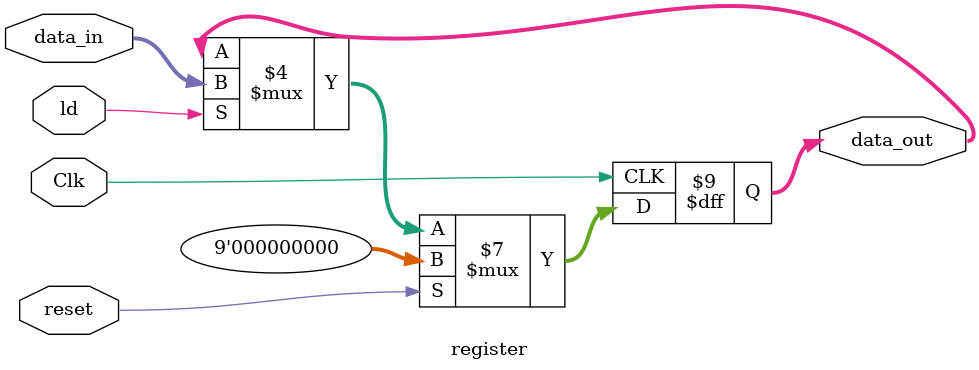
<source format=sv>

module predictor(
	input logic reset, Clk,
	input logic [8:0] xn3, w0, w1, w2,
	output logic [8:0] x_hat, err);

//internal signals across registers
logic [8:0] xn2, xn1, xn;
logic ld;
assign ld = 1; //we are loading the registers every clock cycle
//assign xn3 = x;

//internal signals, outputs between adders and multipliers
logic [8:0] mx0_out, mx1_out, mx2_out, ax01_out, ax2_out, aerr_out, aw0_out, aw1_out, aw2_out, mw0_out, mw1_out, mw2_out;

//internal registers:
register rx1(.data_in(xn3), .data_out(xn2), .*); //.* should connect ld, Clk, reset
register rx2(.data_in(xn2), .data_out(xn1), .*);
register rx3(.data_in(xn1), .data_out(xn), .*);


//filter block:
multiply mx0(.a(xn3), .b(w0), .result(mx0_out));
multiply mx1(.a(xn2), .b(w1), .result(mx1_out));
add ax01(.a(mx0_out), .b(mx1_out), .result(ax01_out));
multiply mx2(.a(xn1), .b(w2), .result(mx2_out));
add ax2(.a(ax01_out), .b(mx2_out), .result(x_hat));

//error
add aerr(.a(~x_hat + 1), .b(xn), .result(err));


//Weight update block:
/*
register rw0(.data_in(aw0_out), .data_out(w0), .*);
register rw1(.data_in(aw1_out), .data_out(w1), .*);
register rw2(.data_in(aw2_out), .data_out(w2), .*);
*/
/*
multiply mw0(.a(err), .b(xn3), .result(mw0_out));
multiply mw1(.a(err), .b(xn2), .result(mw1_out));
multiply mw2(.a(err), .b(xn1), .result(mw2_out));

add aw0(.a(mw0_out), .b(w0), .result(aw0_out));
add aw1(.a(mw1_out), .b(w1), .result(aw1_out));
add aw2(.a(mw2_out), .b(w2), .result(aw2_out));
*/
endmodule

module add(
	input logic [8:0] a, b,
	output logic[8:0] result);
assign result = a + b;//(real'(a) + real'(b));
endmodule

module multiply(
	input logic [8:0] a,b,
	output logic [8:0] result);

assign result = a*b;//(real'(a) * real'(b));

endmodule

module register(
	input logic[8:0] data_in,
	input logic ld, reset, Clk,
	output logic[8:0] data_out);
	
always_ff @(posedge Clk)
begin
	if (reset)
		data_out <= 9'h00;
	else if(ld==1'b1)
		data_out <= data_in;
	else
		data_out <= data_out;
		
end
endmodule 

</source>
